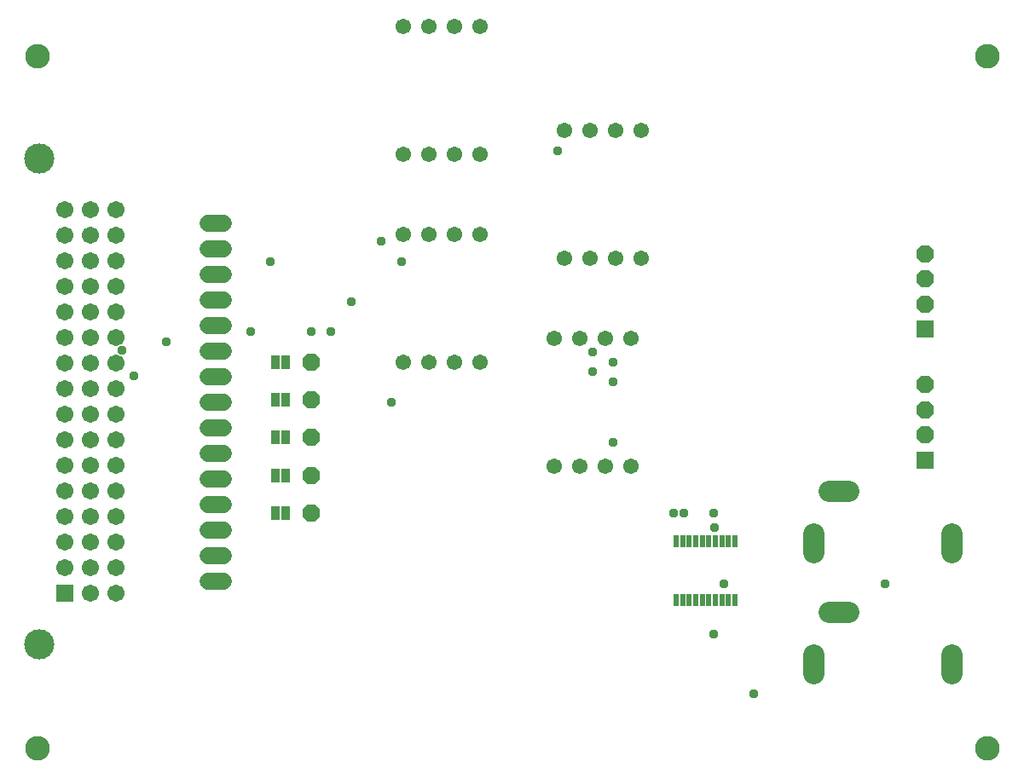
<source format=gbr>
G04 EAGLE Gerber RS-274X export*
G75*
%MOMM*%
%FSLAX34Y34*%
%LPD*%
%INSoldermask Top*%
%IPPOS*%
%AMOC8*
5,1,8,0,0,1.08239X$1,22.5*%
G01*
%ADD10C,2.453200*%
%ADD11C,3.003200*%
%ADD12R,1.711200X1.711200*%
%ADD13C,1.711200*%
%ADD14C,1.546600*%
%ADD15R,0.508000X1.193800*%
%ADD16C,2.103200*%
%ADD17P,1.869504X8X22.500000*%
%ADD18R,0.838200X1.473200*%
%ADD19R,1.703200X1.703200*%
%ADD20P,1.843527X8X292.500000*%
%ADD21C,1.727200*%
%ADD22C,0.959600*%


D10*
X28400Y56400D03*
X28400Y743600D03*
X971600Y743600D03*
X971600Y56400D03*
D11*
X30600Y641800D03*
X30600Y159200D03*
D12*
X56000Y210000D03*
D13*
X56000Y235400D03*
X56000Y260800D03*
X56000Y286200D03*
X56000Y311600D03*
X56000Y337000D03*
X56000Y362400D03*
X56000Y387800D03*
X56000Y413200D03*
X56000Y438600D03*
X56000Y464000D03*
X56000Y489400D03*
X56000Y514800D03*
X56000Y540200D03*
X56000Y565600D03*
X56000Y591000D03*
X81400Y210000D03*
X81400Y235400D03*
X81400Y260800D03*
X81400Y286200D03*
X81400Y311600D03*
X81400Y337000D03*
X81400Y362400D03*
X81400Y387800D03*
X81400Y413200D03*
X81400Y438600D03*
X81400Y464000D03*
X81400Y489400D03*
X81400Y514800D03*
X81400Y540200D03*
X81400Y565600D03*
X81400Y591000D03*
X106800Y210000D03*
X106800Y235400D03*
X106800Y260800D03*
X106800Y286200D03*
X106800Y311600D03*
X106800Y337000D03*
X106800Y362400D03*
X106800Y387800D03*
X106800Y413200D03*
X106800Y438600D03*
X106800Y464000D03*
X106800Y489400D03*
X106800Y514800D03*
X106800Y540200D03*
X106800Y565600D03*
X106800Y591000D03*
D14*
X468100Y773500D03*
X442700Y773500D03*
X417300Y773500D03*
X391900Y773500D03*
X391900Y646500D03*
X417300Y646500D03*
X442700Y646500D03*
X468100Y646500D03*
D15*
X662750Y203822D03*
X669250Y203822D03*
X675750Y203822D03*
X682250Y203822D03*
X688750Y203822D03*
X695250Y203822D03*
X701750Y203822D03*
X708250Y203822D03*
X714750Y203822D03*
X721250Y203822D03*
X721250Y262178D03*
X714750Y262178D03*
X708250Y262178D03*
X701750Y262178D03*
X695250Y262178D03*
X688750Y262178D03*
X682250Y262178D03*
X675750Y262178D03*
X669250Y262178D03*
X662750Y262178D03*
D16*
X936000Y269500D02*
X936000Y250500D01*
X799000Y250500D02*
X799000Y269500D01*
X814500Y312000D02*
X833500Y312000D01*
X936000Y149500D02*
X936000Y130500D01*
X799000Y130500D02*
X799000Y149500D01*
X814500Y192000D02*
X833500Y192000D01*
D17*
X300500Y290000D03*
D18*
X264920Y290000D03*
X275080Y290000D03*
D14*
X628100Y670167D03*
X602700Y670167D03*
X577300Y670167D03*
X551900Y670167D03*
X551900Y543167D03*
X577300Y543167D03*
X602700Y543167D03*
X628100Y543167D03*
X468100Y566833D03*
X442700Y566833D03*
X417300Y566833D03*
X391900Y566833D03*
X391900Y439833D03*
X417300Y439833D03*
X442700Y439833D03*
X468100Y439833D03*
X618100Y463500D03*
X592700Y463500D03*
X567300Y463500D03*
X541900Y463500D03*
X541900Y336500D03*
X567300Y336500D03*
X592700Y336500D03*
X618100Y336500D03*
D19*
X910000Y342500D03*
D20*
X910000Y367500D03*
X910000Y392500D03*
X910000Y417500D03*
D19*
X910000Y472500D03*
D20*
X910000Y497500D03*
X910000Y522500D03*
X910000Y547500D03*
D17*
X300500Y327500D03*
D18*
X264920Y327500D03*
X275080Y327500D03*
D17*
X300500Y365000D03*
D18*
X264920Y365000D03*
X275080Y365000D03*
D17*
X300500Y402500D03*
D18*
X264920Y402500D03*
X275080Y402500D03*
D17*
X300500Y440000D03*
D18*
X264920Y440000D03*
X275080Y440000D03*
D21*
X213620Y577800D02*
X198380Y577800D01*
X198380Y552400D02*
X213620Y552400D01*
X213620Y527000D02*
X198380Y527000D01*
X198380Y501600D02*
X213620Y501600D01*
X213620Y476200D02*
X198380Y476200D01*
X198380Y450800D02*
X213620Y450800D01*
X213620Y425400D02*
X198380Y425400D01*
X198380Y400000D02*
X213620Y400000D01*
X213620Y374600D02*
X198380Y374600D01*
X198380Y349200D02*
X213620Y349200D01*
X213620Y323800D02*
X198380Y323800D01*
X198380Y298400D02*
X213620Y298400D01*
X213620Y273000D02*
X198380Y273000D01*
X198380Y247600D02*
X213620Y247600D01*
X213620Y222200D02*
X198380Y222200D01*
D22*
X600000Y360000D03*
X112267Y451300D03*
X660000Y290000D03*
X600000Y440000D03*
X701200Y275400D03*
X580000Y430000D03*
X124400Y425900D03*
X670000Y290000D03*
X600000Y420000D03*
X545400Y649800D03*
X700000Y290000D03*
X320000Y470000D03*
X300000Y470000D03*
X240000Y470000D03*
X156700Y459800D03*
X260000Y540000D03*
X370000Y560000D03*
X390000Y540000D03*
X580000Y450000D03*
X870000Y220000D03*
X710000Y220000D03*
X740000Y110000D03*
X700000Y170000D03*
X380000Y400000D03*
X340000Y500000D03*
M02*

</source>
